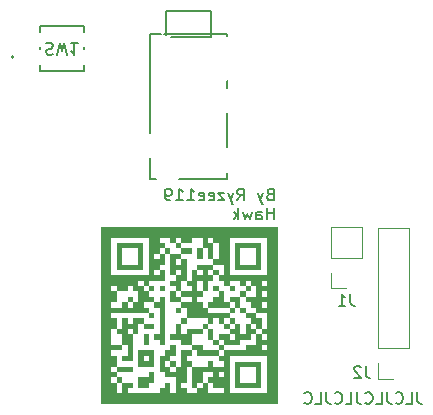
<source format=gbo>
G04 #@! TF.GenerationSoftware,KiCad,Pcbnew,7.0.7*
G04 #@! TF.CreationDate,2024-03-29T16:46:10+10:30*
G04 #@! TF.ProjectId,hawk,6861776b-2e6b-4696-9361-645f70636258,1*
G04 #@! TF.SameCoordinates,Original*
G04 #@! TF.FileFunction,Legend,Bot*
G04 #@! TF.FilePolarity,Positive*
%FSLAX46Y46*%
G04 Gerber Fmt 4.6, Leading zero omitted, Abs format (unit mm)*
G04 Created by KiCad (PCBNEW 7.0.7) date 2024-03-29 16:46:10*
%MOMM*%
%LPD*%
G01*
G04 APERTURE LIST*
%ADD10C,0.150000*%
%ADD11C,0.152400*%
%ADD12C,0.120000*%
%ADD13R,1.244600X0.660400*%
%ADD14O,1.700000X1.700000*%
%ADD15R,1.700000X1.700000*%
%ADD16O,1.371600X2.006600*%
%ADD17O,1.100000X2.000000*%
%ADD18C,1.397000*%
G04 APERTURE END LIST*
D10*
X168036006Y-112659319D02*
X168036006Y-113373604D01*
X168036006Y-113373604D02*
X168083625Y-113516461D01*
X168083625Y-113516461D02*
X168178863Y-113611700D01*
X168178863Y-113611700D02*
X168321720Y-113659319D01*
X168321720Y-113659319D02*
X168416958Y-113659319D01*
X167083625Y-113659319D02*
X167559815Y-113659319D01*
X167559815Y-113659319D02*
X167559815Y-112659319D01*
X166178863Y-113564080D02*
X166226482Y-113611700D01*
X166226482Y-113611700D02*
X166369339Y-113659319D01*
X166369339Y-113659319D02*
X166464577Y-113659319D01*
X166464577Y-113659319D02*
X166607434Y-113611700D01*
X166607434Y-113611700D02*
X166702672Y-113516461D01*
X166702672Y-113516461D02*
X166750291Y-113421223D01*
X166750291Y-113421223D02*
X166797910Y-113230747D01*
X166797910Y-113230747D02*
X166797910Y-113087890D01*
X166797910Y-113087890D02*
X166750291Y-112897414D01*
X166750291Y-112897414D02*
X166702672Y-112802176D01*
X166702672Y-112802176D02*
X166607434Y-112706938D01*
X166607434Y-112706938D02*
X166464577Y-112659319D01*
X166464577Y-112659319D02*
X166369339Y-112659319D01*
X166369339Y-112659319D02*
X166226482Y-112706938D01*
X166226482Y-112706938D02*
X166178863Y-112754557D01*
X165464577Y-112659319D02*
X165464577Y-113373604D01*
X165464577Y-113373604D02*
X165512196Y-113516461D01*
X165512196Y-113516461D02*
X165607434Y-113611700D01*
X165607434Y-113611700D02*
X165750291Y-113659319D01*
X165750291Y-113659319D02*
X165845529Y-113659319D01*
X164512196Y-113659319D02*
X164988386Y-113659319D01*
X164988386Y-113659319D02*
X164988386Y-112659319D01*
X163607434Y-113564080D02*
X163655053Y-113611700D01*
X163655053Y-113611700D02*
X163797910Y-113659319D01*
X163797910Y-113659319D02*
X163893148Y-113659319D01*
X163893148Y-113659319D02*
X164036005Y-113611700D01*
X164036005Y-113611700D02*
X164131243Y-113516461D01*
X164131243Y-113516461D02*
X164178862Y-113421223D01*
X164178862Y-113421223D02*
X164226481Y-113230747D01*
X164226481Y-113230747D02*
X164226481Y-113087890D01*
X164226481Y-113087890D02*
X164178862Y-112897414D01*
X164178862Y-112897414D02*
X164131243Y-112802176D01*
X164131243Y-112802176D02*
X164036005Y-112706938D01*
X164036005Y-112706938D02*
X163893148Y-112659319D01*
X163893148Y-112659319D02*
X163797910Y-112659319D01*
X163797910Y-112659319D02*
X163655053Y-112706938D01*
X163655053Y-112706938D02*
X163607434Y-112754557D01*
X162893148Y-112659319D02*
X162893148Y-113373604D01*
X162893148Y-113373604D02*
X162940767Y-113516461D01*
X162940767Y-113516461D02*
X163036005Y-113611700D01*
X163036005Y-113611700D02*
X163178862Y-113659319D01*
X163178862Y-113659319D02*
X163274100Y-113659319D01*
X161940767Y-113659319D02*
X162416957Y-113659319D01*
X162416957Y-113659319D02*
X162416957Y-112659319D01*
X161036005Y-113564080D02*
X161083624Y-113611700D01*
X161083624Y-113611700D02*
X161226481Y-113659319D01*
X161226481Y-113659319D02*
X161321719Y-113659319D01*
X161321719Y-113659319D02*
X161464576Y-113611700D01*
X161464576Y-113611700D02*
X161559814Y-113516461D01*
X161559814Y-113516461D02*
X161607433Y-113421223D01*
X161607433Y-113421223D02*
X161655052Y-113230747D01*
X161655052Y-113230747D02*
X161655052Y-113087890D01*
X161655052Y-113087890D02*
X161607433Y-112897414D01*
X161607433Y-112897414D02*
X161559814Y-112802176D01*
X161559814Y-112802176D02*
X161464576Y-112706938D01*
X161464576Y-112706938D02*
X161321719Y-112659319D01*
X161321719Y-112659319D02*
X161226481Y-112659319D01*
X161226481Y-112659319D02*
X161083624Y-112706938D01*
X161083624Y-112706938D02*
X161036005Y-112754557D01*
X160321719Y-112659319D02*
X160321719Y-113373604D01*
X160321719Y-113373604D02*
X160369338Y-113516461D01*
X160369338Y-113516461D02*
X160464576Y-113611700D01*
X160464576Y-113611700D02*
X160607433Y-113659319D01*
X160607433Y-113659319D02*
X160702671Y-113659319D01*
X159369338Y-113659319D02*
X159845528Y-113659319D01*
X159845528Y-113659319D02*
X159845528Y-112659319D01*
X158464576Y-113564080D02*
X158512195Y-113611700D01*
X158512195Y-113611700D02*
X158655052Y-113659319D01*
X158655052Y-113659319D02*
X158750290Y-113659319D01*
X158750290Y-113659319D02*
X158893147Y-113611700D01*
X158893147Y-113611700D02*
X158988385Y-113516461D01*
X158988385Y-113516461D02*
X159036004Y-113421223D01*
X159036004Y-113421223D02*
X159083623Y-113230747D01*
X159083623Y-113230747D02*
X159083623Y-113087890D01*
X159083623Y-113087890D02*
X159036004Y-112897414D01*
X159036004Y-112897414D02*
X158988385Y-112802176D01*
X158988385Y-112802176D02*
X158893147Y-112706938D01*
X158893147Y-112706938D02*
X158750290Y-112659319D01*
X158750290Y-112659319D02*
X158655052Y-112659319D01*
X158655052Y-112659319D02*
X158512195Y-112706938D01*
X158512195Y-112706938D02*
X158464576Y-112754557D01*
X155542387Y-95904509D02*
X155399530Y-95952128D01*
X155399530Y-95952128D02*
X155351911Y-95999747D01*
X155351911Y-95999747D02*
X155304292Y-96094985D01*
X155304292Y-96094985D02*
X155304292Y-96237842D01*
X155304292Y-96237842D02*
X155351911Y-96333080D01*
X155351911Y-96333080D02*
X155399530Y-96380700D01*
X155399530Y-96380700D02*
X155494768Y-96428319D01*
X155494768Y-96428319D02*
X155875720Y-96428319D01*
X155875720Y-96428319D02*
X155875720Y-95428319D01*
X155875720Y-95428319D02*
X155542387Y-95428319D01*
X155542387Y-95428319D02*
X155447149Y-95475938D01*
X155447149Y-95475938D02*
X155399530Y-95523557D01*
X155399530Y-95523557D02*
X155351911Y-95618795D01*
X155351911Y-95618795D02*
X155351911Y-95714033D01*
X155351911Y-95714033D02*
X155399530Y-95809271D01*
X155399530Y-95809271D02*
X155447149Y-95856890D01*
X155447149Y-95856890D02*
X155542387Y-95904509D01*
X155542387Y-95904509D02*
X155875720Y-95904509D01*
X154970958Y-95761652D02*
X154732863Y-96428319D01*
X154494768Y-95761652D02*
X154732863Y-96428319D01*
X154732863Y-96428319D02*
X154828101Y-96666414D01*
X154828101Y-96666414D02*
X154875720Y-96714033D01*
X154875720Y-96714033D02*
X154970958Y-96761652D01*
X152780482Y-96428319D02*
X153113815Y-95952128D01*
X153351910Y-96428319D02*
X153351910Y-95428319D01*
X153351910Y-95428319D02*
X152970958Y-95428319D01*
X152970958Y-95428319D02*
X152875720Y-95475938D01*
X152875720Y-95475938D02*
X152828101Y-95523557D01*
X152828101Y-95523557D02*
X152780482Y-95618795D01*
X152780482Y-95618795D02*
X152780482Y-95761652D01*
X152780482Y-95761652D02*
X152828101Y-95856890D01*
X152828101Y-95856890D02*
X152875720Y-95904509D01*
X152875720Y-95904509D02*
X152970958Y-95952128D01*
X152970958Y-95952128D02*
X153351910Y-95952128D01*
X152447148Y-95761652D02*
X152209053Y-96428319D01*
X151970958Y-95761652D02*
X152209053Y-96428319D01*
X152209053Y-96428319D02*
X152304291Y-96666414D01*
X152304291Y-96666414D02*
X152351910Y-96714033D01*
X152351910Y-96714033D02*
X152447148Y-96761652D01*
X151685243Y-95761652D02*
X151161434Y-95761652D01*
X151161434Y-95761652D02*
X151685243Y-96428319D01*
X151685243Y-96428319D02*
X151161434Y-96428319D01*
X150399529Y-96380700D02*
X150494767Y-96428319D01*
X150494767Y-96428319D02*
X150685243Y-96428319D01*
X150685243Y-96428319D02*
X150780481Y-96380700D01*
X150780481Y-96380700D02*
X150828100Y-96285461D01*
X150828100Y-96285461D02*
X150828100Y-95904509D01*
X150828100Y-95904509D02*
X150780481Y-95809271D01*
X150780481Y-95809271D02*
X150685243Y-95761652D01*
X150685243Y-95761652D02*
X150494767Y-95761652D01*
X150494767Y-95761652D02*
X150399529Y-95809271D01*
X150399529Y-95809271D02*
X150351910Y-95904509D01*
X150351910Y-95904509D02*
X150351910Y-95999747D01*
X150351910Y-95999747D02*
X150828100Y-96094985D01*
X149542386Y-96380700D02*
X149637624Y-96428319D01*
X149637624Y-96428319D02*
X149828100Y-96428319D01*
X149828100Y-96428319D02*
X149923338Y-96380700D01*
X149923338Y-96380700D02*
X149970957Y-96285461D01*
X149970957Y-96285461D02*
X149970957Y-95904509D01*
X149970957Y-95904509D02*
X149923338Y-95809271D01*
X149923338Y-95809271D02*
X149828100Y-95761652D01*
X149828100Y-95761652D02*
X149637624Y-95761652D01*
X149637624Y-95761652D02*
X149542386Y-95809271D01*
X149542386Y-95809271D02*
X149494767Y-95904509D01*
X149494767Y-95904509D02*
X149494767Y-95999747D01*
X149494767Y-95999747D02*
X149970957Y-96094985D01*
X148542386Y-96428319D02*
X149113814Y-96428319D01*
X148828100Y-96428319D02*
X148828100Y-95428319D01*
X148828100Y-95428319D02*
X148923338Y-95571176D01*
X148923338Y-95571176D02*
X149018576Y-95666414D01*
X149018576Y-95666414D02*
X149113814Y-95714033D01*
X147590005Y-96428319D02*
X148161433Y-96428319D01*
X147875719Y-96428319D02*
X147875719Y-95428319D01*
X147875719Y-95428319D02*
X147970957Y-95571176D01*
X147970957Y-95571176D02*
X148066195Y-95666414D01*
X148066195Y-95666414D02*
X148161433Y-95714033D01*
X147113814Y-96428319D02*
X146923338Y-96428319D01*
X146923338Y-96428319D02*
X146828100Y-96380700D01*
X146828100Y-96380700D02*
X146780481Y-96333080D01*
X146780481Y-96333080D02*
X146685243Y-96190223D01*
X146685243Y-96190223D02*
X146637624Y-95999747D01*
X146637624Y-95999747D02*
X146637624Y-95618795D01*
X146637624Y-95618795D02*
X146685243Y-95523557D01*
X146685243Y-95523557D02*
X146732862Y-95475938D01*
X146732862Y-95475938D02*
X146828100Y-95428319D01*
X146828100Y-95428319D02*
X147018576Y-95428319D01*
X147018576Y-95428319D02*
X147113814Y-95475938D01*
X147113814Y-95475938D02*
X147161433Y-95523557D01*
X147161433Y-95523557D02*
X147209052Y-95618795D01*
X147209052Y-95618795D02*
X147209052Y-95856890D01*
X147209052Y-95856890D02*
X147161433Y-95952128D01*
X147161433Y-95952128D02*
X147113814Y-95999747D01*
X147113814Y-95999747D02*
X147018576Y-96047366D01*
X147018576Y-96047366D02*
X146828100Y-96047366D01*
X146828100Y-96047366D02*
X146732862Y-95999747D01*
X146732862Y-95999747D02*
X146685243Y-95952128D01*
X146685243Y-95952128D02*
X146637624Y-95856890D01*
X155875720Y-98038319D02*
X155875720Y-97038319D01*
X155875720Y-97514509D02*
X155304292Y-97514509D01*
X155304292Y-98038319D02*
X155304292Y-97038319D01*
X154399530Y-98038319D02*
X154399530Y-97514509D01*
X154399530Y-97514509D02*
X154447149Y-97419271D01*
X154447149Y-97419271D02*
X154542387Y-97371652D01*
X154542387Y-97371652D02*
X154732863Y-97371652D01*
X154732863Y-97371652D02*
X154828101Y-97419271D01*
X154399530Y-97990700D02*
X154494768Y-98038319D01*
X154494768Y-98038319D02*
X154732863Y-98038319D01*
X154732863Y-98038319D02*
X154828101Y-97990700D01*
X154828101Y-97990700D02*
X154875720Y-97895461D01*
X154875720Y-97895461D02*
X154875720Y-97800223D01*
X154875720Y-97800223D02*
X154828101Y-97704985D01*
X154828101Y-97704985D02*
X154732863Y-97657366D01*
X154732863Y-97657366D02*
X154494768Y-97657366D01*
X154494768Y-97657366D02*
X154399530Y-97609747D01*
X154018577Y-97371652D02*
X153828101Y-98038319D01*
X153828101Y-98038319D02*
X153637625Y-97562128D01*
X153637625Y-97562128D02*
X153447149Y-98038319D01*
X153447149Y-98038319D02*
X153256673Y-97371652D01*
X152875720Y-98038319D02*
X152875720Y-97038319D01*
X152780482Y-97657366D02*
X152494768Y-98038319D01*
X152494768Y-97371652D02*
X152875720Y-97752604D01*
X136591167Y-83134301D02*
X136734024Y-83086681D01*
X136734024Y-83086681D02*
X136972119Y-83086681D01*
X136972119Y-83086681D02*
X137067357Y-83134301D01*
X137067357Y-83134301D02*
X137114976Y-83181920D01*
X137114976Y-83181920D02*
X137162595Y-83277158D01*
X137162595Y-83277158D02*
X137162595Y-83372396D01*
X137162595Y-83372396D02*
X137114976Y-83467634D01*
X137114976Y-83467634D02*
X137067357Y-83515253D01*
X137067357Y-83515253D02*
X136972119Y-83562872D01*
X136972119Y-83562872D02*
X136781643Y-83610491D01*
X136781643Y-83610491D02*
X136686405Y-83658110D01*
X136686405Y-83658110D02*
X136638786Y-83705729D01*
X136638786Y-83705729D02*
X136591167Y-83800967D01*
X136591167Y-83800967D02*
X136591167Y-83896205D01*
X136591167Y-83896205D02*
X136638786Y-83991443D01*
X136638786Y-83991443D02*
X136686405Y-84039062D01*
X136686405Y-84039062D02*
X136781643Y-84086681D01*
X136781643Y-84086681D02*
X137019738Y-84086681D01*
X137019738Y-84086681D02*
X137162595Y-84039062D01*
X137495929Y-84086681D02*
X137734024Y-83086681D01*
X137734024Y-83086681D02*
X137924500Y-83800967D01*
X137924500Y-83800967D02*
X138114976Y-83086681D01*
X138114976Y-83086681D02*
X138353072Y-84086681D01*
X139257833Y-83086681D02*
X138686405Y-83086681D01*
X138972119Y-83086681D02*
X138972119Y-84086681D01*
X138972119Y-84086681D02*
X138876881Y-83943824D01*
X138876881Y-83943824D02*
X138781643Y-83848586D01*
X138781643Y-83848586D02*
X138686405Y-83800967D01*
X162354033Y-104336819D02*
X162354033Y-105051104D01*
X162354033Y-105051104D02*
X162401652Y-105193961D01*
X162401652Y-105193961D02*
X162496890Y-105289200D01*
X162496890Y-105289200D02*
X162639747Y-105336819D01*
X162639747Y-105336819D02*
X162734985Y-105336819D01*
X161354033Y-105336819D02*
X161925461Y-105336819D01*
X161639747Y-105336819D02*
X161639747Y-104336819D01*
X161639747Y-104336819D02*
X161734985Y-104479676D01*
X161734985Y-104479676D02*
X161830223Y-104574914D01*
X161830223Y-104574914D02*
X161925461Y-104622533D01*
X163657833Y-110450319D02*
X163657833Y-111164604D01*
X163657833Y-111164604D02*
X163705452Y-111307461D01*
X163705452Y-111307461D02*
X163800690Y-111402700D01*
X163800690Y-111402700D02*
X163943547Y-111450319D01*
X163943547Y-111450319D02*
X164038785Y-111450319D01*
X163229261Y-110545557D02*
X163181642Y-110497938D01*
X163181642Y-110497938D02*
X163086404Y-110450319D01*
X163086404Y-110450319D02*
X162848309Y-110450319D01*
X162848309Y-110450319D02*
X162753071Y-110497938D01*
X162753071Y-110497938D02*
X162705452Y-110545557D01*
X162705452Y-110545557D02*
X162657833Y-110640795D01*
X162657833Y-110640795D02*
X162657833Y-110736033D01*
X162657833Y-110736033D02*
X162705452Y-110878890D01*
X162705452Y-110878890D02*
X163276880Y-111450319D01*
X163276880Y-111450319D02*
X162657833Y-111450319D01*
D11*
X136044900Y-81636501D02*
X139804100Y-81636501D01*
X136044900Y-82138560D02*
X136044900Y-81636501D01*
X136044900Y-83618562D02*
X136044900Y-83464440D01*
X136044900Y-85446501D02*
X136044900Y-84944442D01*
X139804100Y-81636501D02*
X139804100Y-82138560D01*
X139804100Y-83464440D02*
X139804100Y-83618562D01*
X139804100Y-84944442D02*
X139804100Y-85446501D01*
X139804100Y-85446501D02*
X136044900Y-85446501D01*
X133841000Y-84281501D02*
G75*
G03*
X133841000Y-84281501I-101600J0D01*
G01*
G36*
X153942415Y-103902339D02*
G01*
X153942415Y-104129705D01*
X153715049Y-104129705D01*
X153487684Y-104129705D01*
X153487684Y-103902339D01*
X153487684Y-103674974D01*
X153715049Y-103674974D01*
X153942415Y-103674974D01*
X153942415Y-103902339D01*
G37*
G36*
X153487684Y-104357071D02*
G01*
X153487684Y-104584436D01*
X153260318Y-104584436D01*
X153032952Y-104584436D01*
X153032952Y-104357071D01*
X153032952Y-104129705D01*
X153260318Y-104129705D01*
X153487684Y-104129705D01*
X153487684Y-104357071D01*
G37*
G36*
X152578221Y-106630728D02*
G01*
X152578221Y-106858094D01*
X152350855Y-106858094D01*
X152123489Y-106858094D01*
X152123489Y-106630728D01*
X152123489Y-106403362D01*
X152350855Y-106403362D01*
X152578221Y-106403362D01*
X152578221Y-106630728D01*
G37*
G36*
X152578221Y-105721265D02*
G01*
X152578221Y-105948631D01*
X152350855Y-105948631D01*
X152123489Y-105948631D01*
X152123489Y-105721265D01*
X152123489Y-105493899D01*
X152350855Y-105493899D01*
X152578221Y-105493899D01*
X152578221Y-105721265D01*
G37*
G36*
X152578221Y-103902339D02*
G01*
X152578221Y-104129705D01*
X152350855Y-104129705D01*
X152123489Y-104129705D01*
X152123489Y-103902339D01*
X152123489Y-103674974D01*
X152350855Y-103674974D01*
X152578221Y-103674974D01*
X152578221Y-103902339D01*
G37*
G36*
X152123489Y-107085459D02*
G01*
X152123489Y-107312825D01*
X151896124Y-107312825D01*
X151668758Y-107312825D01*
X151668758Y-107085459D01*
X151668758Y-106858094D01*
X151896124Y-106858094D01*
X152123489Y-106858094D01*
X152123489Y-107085459D01*
G37*
G36*
X149849832Y-100946585D02*
G01*
X149849832Y-101401316D01*
X149622466Y-101401316D01*
X149395101Y-101401316D01*
X149395101Y-100946585D01*
X149395101Y-100491853D01*
X149622466Y-100491853D01*
X149849832Y-100491853D01*
X149849832Y-100946585D01*
G37*
G36*
X148485638Y-106630728D02*
G01*
X148485638Y-106858094D01*
X148258272Y-106858094D01*
X148030906Y-106858094D01*
X148030906Y-106630728D01*
X148030906Y-106403362D01*
X148258272Y-106403362D01*
X148485638Y-106403362D01*
X148485638Y-106630728D01*
G37*
G36*
X148030906Y-105721265D02*
G01*
X148030906Y-105948631D01*
X147803541Y-105948631D01*
X147576175Y-105948631D01*
X147576175Y-105721265D01*
X147576175Y-105493899D01*
X147803541Y-105493899D01*
X148030906Y-105493899D01*
X148030906Y-105721265D01*
G37*
G36*
X147576175Y-110268580D02*
G01*
X147576175Y-110495945D01*
X147348809Y-110495945D01*
X147121443Y-110495945D01*
X147121443Y-110268580D01*
X147121443Y-110041214D01*
X147348809Y-110041214D01*
X147576175Y-110041214D01*
X147576175Y-110268580D01*
G37*
G36*
X146666712Y-103902339D02*
G01*
X146666712Y-104129705D01*
X146439346Y-104129705D01*
X146211980Y-104129705D01*
X146211980Y-103902339D01*
X146211980Y-103674974D01*
X146439346Y-103674974D01*
X146666712Y-103674974D01*
X146666712Y-103902339D01*
G37*
G36*
X145757249Y-106175997D02*
G01*
X145757249Y-106403362D01*
X145529883Y-106403362D01*
X145302518Y-106403362D01*
X145302518Y-106175997D01*
X145302518Y-105948631D01*
X145529883Y-105948631D01*
X145757249Y-105948631D01*
X145757249Y-106175997D01*
G37*
G36*
X145757249Y-103902339D02*
G01*
X145757249Y-104129705D01*
X145529883Y-104129705D01*
X145302518Y-104129705D01*
X145302518Y-103902339D01*
X145302518Y-103674974D01*
X145529883Y-103674974D01*
X145757249Y-103674974D01*
X145757249Y-103902339D01*
G37*
G36*
X145302518Y-108222288D02*
G01*
X145302518Y-108677020D01*
X145075152Y-108677020D01*
X144847786Y-108677020D01*
X144847786Y-108222288D01*
X144847786Y-107767557D01*
X145075152Y-107767557D01*
X145302518Y-107767557D01*
X145302518Y-108222288D01*
G37*
G36*
X143938323Y-104811802D02*
G01*
X143938323Y-105039168D01*
X143710957Y-105039168D01*
X143483592Y-105039168D01*
X143483592Y-104811802D01*
X143483592Y-104584436D01*
X143710957Y-104584436D01*
X143938323Y-104584436D01*
X143938323Y-104811802D01*
G37*
G36*
X143028860Y-111632774D02*
G01*
X143028860Y-111860140D01*
X142801494Y-111860140D01*
X142574129Y-111860140D01*
X142574129Y-111632774D01*
X142574129Y-111405408D01*
X142801494Y-111405408D01*
X143028860Y-111405408D01*
X143028860Y-111632774D01*
G37*
G36*
X143938323Y-110723311D02*
G01*
X143938323Y-110950677D01*
X143256226Y-110950677D01*
X142574129Y-110950677D01*
X142574129Y-110723311D01*
X142574129Y-110495945D01*
X143256226Y-110495945D01*
X143938323Y-110495945D01*
X143938323Y-110723311D01*
G37*
G36*
X145757249Y-111405408D02*
G01*
X145757249Y-111860140D01*
X145529883Y-111860140D01*
X145302518Y-111860140D01*
X145302518Y-112087506D01*
X145302518Y-112314871D01*
X144847786Y-112314871D01*
X144393055Y-112314871D01*
X144393055Y-111860140D01*
X144393055Y-111405408D01*
X144847786Y-111405408D01*
X145302518Y-111405408D01*
X145302518Y-111178043D01*
X145302518Y-110950677D01*
X145529883Y-110950677D01*
X145757249Y-110950677D01*
X145757249Y-111405408D01*
G37*
G36*
X154825893Y-111178043D02*
G01*
X154825893Y-112288887D01*
X153715049Y-112288887D01*
X152604205Y-112288887D01*
X152604205Y-111860140D01*
X153032952Y-111860140D01*
X153715049Y-111860140D01*
X154397147Y-111860140D01*
X154397147Y-111178043D01*
X154397147Y-110495945D01*
X153715049Y-110495945D01*
X153032952Y-110495945D01*
X153032952Y-111178043D01*
X153032952Y-111860140D01*
X152604205Y-111860140D01*
X152604205Y-111178043D01*
X152604205Y-110067199D01*
X153715049Y-110067199D01*
X154825893Y-110067199D01*
X154825893Y-110495945D01*
X154825893Y-111178043D01*
G37*
G36*
X154825893Y-101173951D02*
G01*
X154825893Y-102284795D01*
X153715049Y-102284795D01*
X152604205Y-102284795D01*
X152604205Y-101856048D01*
X153032952Y-101856048D01*
X153715049Y-101856048D01*
X154397147Y-101856048D01*
X154397147Y-101173951D01*
X154397147Y-100491853D01*
X153715049Y-100491853D01*
X153032952Y-100491853D01*
X153032952Y-101173951D01*
X153032952Y-101856048D01*
X152604205Y-101856048D01*
X152604205Y-101173951D01*
X152604205Y-100063107D01*
X153715049Y-100063107D01*
X154825893Y-100063107D01*
X154825893Y-100491853D01*
X154825893Y-101173951D01*
G37*
G36*
X145757249Y-109813848D02*
G01*
X145757249Y-110495945D01*
X145075152Y-110495945D01*
X144393055Y-110495945D01*
X144393055Y-110041214D01*
X144847786Y-110041214D01*
X145075152Y-110041214D01*
X145302518Y-110041214D01*
X145302518Y-109813848D01*
X145302518Y-109586482D01*
X145075152Y-109586482D01*
X144847786Y-109586482D01*
X144847786Y-109813848D01*
X144847786Y-110041214D01*
X144393055Y-110041214D01*
X144393055Y-109813848D01*
X144393055Y-109131751D01*
X145075152Y-109131751D01*
X145757249Y-109131751D01*
X145757249Y-109586482D01*
X145757249Y-109813848D01*
G37*
G36*
X144821801Y-101173951D02*
G01*
X144821801Y-102284795D01*
X143710957Y-102284795D01*
X142600113Y-102284795D01*
X142600113Y-101856048D01*
X143028860Y-101856048D01*
X143710957Y-101856048D01*
X144393055Y-101856048D01*
X144393055Y-101173951D01*
X144393055Y-100491853D01*
X143710957Y-100491853D01*
X143028860Y-100491853D01*
X143028860Y-101173951D01*
X143028860Y-101856048D01*
X142600113Y-101856048D01*
X142600113Y-101173951D01*
X142600113Y-100063107D01*
X143710957Y-100063107D01*
X144821801Y-100063107D01*
X144821801Y-100491853D01*
X144821801Y-101173951D01*
G37*
G36*
X150986661Y-108222288D02*
G01*
X151214026Y-108222288D01*
X151214026Y-108449654D01*
X151214026Y-108677020D01*
X150986661Y-108677020D01*
X150759295Y-108677020D01*
X150759295Y-108449654D01*
X150759295Y-108222288D01*
X150986661Y-108222288D01*
G37*
G36*
X150531929Y-107312825D02*
G01*
X150759295Y-107312825D01*
X150759295Y-107767557D01*
X150759295Y-108222288D01*
X150531929Y-108222288D01*
X150304564Y-108222288D01*
X150304564Y-107767557D01*
X150304564Y-107312825D01*
X150531929Y-107312825D01*
G37*
G36*
X150304564Y-107085459D02*
G01*
X150304564Y-107312825D01*
X150077198Y-107312825D01*
X149849832Y-107312825D01*
X149849832Y-107085459D01*
X149849832Y-106858094D01*
X150077198Y-106858094D01*
X150304564Y-106858094D01*
X150304564Y-107085459D01*
G37*
G36*
X146666712Y-106630728D02*
G01*
X146666712Y-108677020D01*
X146439346Y-108677020D01*
X146211980Y-108677020D01*
X146211980Y-108449654D01*
X146211980Y-108222288D01*
X145984615Y-108222288D01*
X145757249Y-108222288D01*
X145757249Y-107994922D01*
X145757249Y-107767557D01*
X145984615Y-107767557D01*
X146211980Y-107767557D01*
X146211980Y-106630728D01*
X146211980Y-105493899D01*
X145984615Y-105493899D01*
X145757249Y-105493899D01*
X145757249Y-105266534D01*
X145757249Y-105039168D01*
X145984615Y-105039168D01*
X146211980Y-105039168D01*
X146211980Y-104811802D01*
X146211980Y-104584436D01*
X146439346Y-104584436D01*
X146666712Y-104584436D01*
X146666712Y-106630728D01*
G37*
G36*
X149395101Y-108677020D02*
G01*
X149849832Y-108677020D01*
X149849832Y-108904385D01*
X149849832Y-109131751D01*
X150531929Y-109131751D01*
X151214026Y-109131751D01*
X151214026Y-108904385D01*
X151214026Y-108677020D01*
X151441392Y-108677020D01*
X151668758Y-108677020D01*
X151668758Y-108904385D01*
X151668758Y-109131751D01*
X151441392Y-109131751D01*
X151214026Y-109131751D01*
X151214026Y-109359117D01*
X151214026Y-109586482D01*
X150304564Y-109586482D01*
X149395101Y-109586482D01*
X149395101Y-109359117D01*
X149395101Y-109131751D01*
X149167735Y-109131751D01*
X148940369Y-109131751D01*
X148940369Y-108904385D01*
X148940369Y-108677020D01*
X149395101Y-108677020D01*
G37*
G36*
X148030906Y-107312825D02*
G01*
X148030906Y-107767557D01*
X148258272Y-107767557D01*
X148485638Y-107767557D01*
X148485638Y-107540191D01*
X148485638Y-107312825D01*
X149167735Y-107312825D01*
X149849832Y-107312825D01*
X149849832Y-107540191D01*
X149849832Y-107767557D01*
X149395101Y-107767557D01*
X148940369Y-107767557D01*
X148940369Y-108222288D01*
X148940369Y-108677020D01*
X148485638Y-108677020D01*
X148030906Y-108677020D01*
X148030906Y-108449654D01*
X148030906Y-108222288D01*
X147576175Y-108222288D01*
X147121443Y-108222288D01*
X147121443Y-107994922D01*
X147121443Y-107767557D01*
X147348809Y-107767557D01*
X147576175Y-107767557D01*
X147576175Y-107312825D01*
X147576175Y-106858094D01*
X147803541Y-106858094D01*
X148030906Y-106858094D01*
X148030906Y-107312825D01*
G37*
G36*
X144393055Y-107767557D02*
G01*
X144165689Y-107767557D01*
X143938323Y-107767557D01*
X143938323Y-108904385D01*
X143938323Y-110041214D01*
X143483592Y-110041214D01*
X143028860Y-110041214D01*
X143028860Y-109813848D01*
X143028860Y-109586482D01*
X143256226Y-109586482D01*
X143483592Y-109586482D01*
X143483592Y-109131751D01*
X143483592Y-108677020D01*
X143256226Y-108677020D01*
X143028860Y-108677020D01*
X143028860Y-108222288D01*
X143028860Y-107767557D01*
X143483592Y-107767557D01*
X143710957Y-107767557D01*
X143938323Y-107767557D01*
X143938323Y-107540191D01*
X143938323Y-107312825D01*
X143710957Y-107312825D01*
X143483592Y-107312825D01*
X143483592Y-107540191D01*
X143483592Y-107767557D01*
X143028860Y-107767557D01*
X142801494Y-107767557D01*
X142574129Y-107767557D01*
X142574129Y-107540191D01*
X142574129Y-107312825D01*
X142801494Y-107312825D01*
X143028860Y-107312825D01*
X143028860Y-106858094D01*
X143028860Y-106403362D01*
X143256226Y-106403362D01*
X143483592Y-106403362D01*
X143483592Y-106630728D01*
X143483592Y-106858094D01*
X143710957Y-106858094D01*
X143938323Y-106858094D01*
X143938323Y-106630728D01*
X143938323Y-106403362D01*
X144393055Y-106403362D01*
X144847786Y-106403362D01*
X144847786Y-106630728D01*
X144847786Y-106858094D01*
X144620420Y-106858094D01*
X144393055Y-106858094D01*
X144393055Y-107312825D01*
X144393055Y-107767557D01*
G37*
G36*
X145302518Y-106858094D02*
G01*
X145757249Y-106858094D01*
X145757249Y-107085459D01*
X145757249Y-107312825D01*
X145302518Y-107312825D01*
X144847786Y-107312825D01*
X144847786Y-107085459D01*
X144847786Y-106858094D01*
X145302518Y-106858094D01*
G37*
G36*
X153942415Y-105948631D02*
G01*
X154397147Y-105948631D01*
X154397147Y-106175997D01*
X154397147Y-106403362D01*
X154624512Y-106403362D01*
X154851878Y-106403362D01*
X154851878Y-106858094D01*
X154851878Y-107312825D01*
X154624512Y-107312825D01*
X154397147Y-107312825D01*
X154397147Y-107540191D01*
X154397147Y-107767557D01*
X154169781Y-107767557D01*
X153942415Y-107767557D01*
X153942415Y-107994922D01*
X153942415Y-108222288D01*
X153487684Y-108222288D01*
X153032952Y-108222288D01*
X153032952Y-108449654D01*
X153032952Y-108677020D01*
X152350855Y-108677020D01*
X151668758Y-108677020D01*
X151668758Y-108449654D01*
X151668758Y-108222288D01*
X151441392Y-108222288D01*
X151214026Y-108222288D01*
X151214026Y-107994922D01*
X151214026Y-107767557D01*
X151668758Y-107767557D01*
X152123489Y-107767557D01*
X152123489Y-107994922D01*
X152123489Y-108222288D01*
X152350855Y-108222288D01*
X152578221Y-108222288D01*
X152578221Y-107994922D01*
X152578221Y-107767557D01*
X152350855Y-107767557D01*
X152123489Y-107767557D01*
X152123489Y-107540191D01*
X152123489Y-107312825D01*
X152350855Y-107312825D01*
X152578221Y-107312825D01*
X152578221Y-107085459D01*
X152578221Y-106858094D01*
X152805587Y-106858094D01*
X153032952Y-106858094D01*
X153032952Y-107312825D01*
X153032952Y-107767557D01*
X153260318Y-107767557D01*
X153487684Y-107767557D01*
X153487684Y-107312825D01*
X153487684Y-106858094D01*
X153715049Y-106858094D01*
X153942415Y-106858094D01*
X153942415Y-107085459D01*
X153942415Y-107312825D01*
X154169781Y-107312825D01*
X154397147Y-107312825D01*
X154397147Y-107085459D01*
X154397147Y-106858094D01*
X154169781Y-106858094D01*
X153942415Y-106858094D01*
X153942415Y-106630728D01*
X153942415Y-106403362D01*
X153715049Y-106403362D01*
X153487684Y-106403362D01*
X153487684Y-106175997D01*
X153487684Y-105948631D01*
X153942415Y-105948631D01*
G37*
G36*
X148485638Y-103220242D02*
G01*
X148713003Y-103220242D01*
X148940369Y-103220242D01*
X148940369Y-102765511D01*
X148940369Y-102310779D01*
X149167735Y-102310779D01*
X149395101Y-102310779D01*
X149395101Y-102538145D01*
X149395101Y-102765511D01*
X149622466Y-102765511D01*
X149849832Y-102765511D01*
X149849832Y-102538145D01*
X149849832Y-102310779D01*
X149622466Y-102310779D01*
X149395101Y-102310779D01*
X149395101Y-102083413D01*
X149395101Y-101856048D01*
X150077198Y-101856048D01*
X150759295Y-101856048D01*
X150759295Y-102083413D01*
X150759295Y-102310779D01*
X150531929Y-102310779D01*
X150304564Y-102310779D01*
X150304564Y-102538145D01*
X150304564Y-102765511D01*
X150531929Y-102765511D01*
X150759295Y-102765511D01*
X150759295Y-102538145D01*
X150759295Y-102310779D01*
X150986661Y-102310779D01*
X151214026Y-102310779D01*
X151214026Y-102538145D01*
X151214026Y-102765511D01*
X150986661Y-102765511D01*
X150759295Y-102765511D01*
X150759295Y-102992876D01*
X150759295Y-103220242D01*
X150531929Y-103220242D01*
X150304564Y-103220242D01*
X150304564Y-103674974D01*
X150304564Y-104129705D01*
X150077198Y-104129705D01*
X149849832Y-104129705D01*
X149849832Y-104357071D01*
X149849832Y-104584436D01*
X149622466Y-104584436D01*
X149395101Y-104584436D01*
X149395101Y-104811802D01*
X149395101Y-105039168D01*
X149622466Y-105039168D01*
X149849832Y-105039168D01*
X149849832Y-105266534D01*
X149849832Y-105493899D01*
X150077198Y-105493899D01*
X150304564Y-105493899D01*
X150304564Y-105266534D01*
X150304564Y-105039168D01*
X150531929Y-105039168D01*
X150759295Y-105039168D01*
X150759295Y-104811802D01*
X150759295Y-104584436D01*
X150986661Y-104584436D01*
X151214026Y-104584436D01*
X151214026Y-104357071D01*
X151214026Y-104129705D01*
X151441392Y-104129705D01*
X151668758Y-104129705D01*
X151668758Y-104584436D01*
X151668758Y-105039168D01*
X151896124Y-105039168D01*
X152123489Y-105039168D01*
X152123489Y-104811802D01*
X152123489Y-104584436D01*
X152578221Y-104584436D01*
X153032952Y-104584436D01*
X153032952Y-105039168D01*
X153032952Y-105493899D01*
X152805587Y-105493899D01*
X152578221Y-105493899D01*
X152578221Y-105266534D01*
X152578221Y-105039168D01*
X152350855Y-105039168D01*
X152123489Y-105039168D01*
X152123489Y-105266534D01*
X152123489Y-105493899D01*
X151214026Y-105493899D01*
X150304564Y-105493899D01*
X150304564Y-105721265D01*
X150304564Y-105948631D01*
X151214026Y-105948631D01*
X152123489Y-105948631D01*
X152123489Y-106175997D01*
X152123489Y-106403362D01*
X151896124Y-106403362D01*
X151668758Y-106403362D01*
X151668758Y-106630728D01*
X151668758Y-106858094D01*
X151441392Y-106858094D01*
X151214026Y-106858094D01*
X151214026Y-106630728D01*
X151214026Y-106403362D01*
X150986661Y-106403362D01*
X150759295Y-106403362D01*
X150759295Y-106630728D01*
X150759295Y-106858094D01*
X150531929Y-106858094D01*
X150304564Y-106858094D01*
X150304564Y-106630728D01*
X150304564Y-106403362D01*
X149395101Y-106403362D01*
X148485638Y-106403362D01*
X148485638Y-105948631D01*
X148485638Y-105493899D01*
X148258272Y-105493899D01*
X148030906Y-105493899D01*
X148030906Y-105266534D01*
X148030906Y-105039168D01*
X147576175Y-105039168D01*
X147121443Y-105039168D01*
X147121443Y-104584436D01*
X147121443Y-104129705D01*
X147348809Y-104129705D01*
X147576175Y-104129705D01*
X147576175Y-104357071D01*
X147576175Y-104584436D01*
X147803541Y-104584436D01*
X148030906Y-104584436D01*
X148030906Y-104811802D01*
X148030906Y-105039168D01*
X148485638Y-105039168D01*
X148940369Y-105039168D01*
X148940369Y-104811802D01*
X148940369Y-104584436D01*
X148485638Y-104584436D01*
X148030906Y-104584436D01*
X148030906Y-104357071D01*
X148030906Y-104129705D01*
X147803541Y-104129705D01*
X147576175Y-104129705D01*
X147576175Y-103902339D01*
X147576175Y-103674974D01*
X147348809Y-103674974D01*
X147121443Y-103674974D01*
X147121443Y-103447608D01*
X147121443Y-103220242D01*
X147348809Y-103220242D01*
X147576175Y-103220242D01*
X148030906Y-103220242D01*
X148030906Y-103674974D01*
X148030906Y-104129705D01*
X148485638Y-104129705D01*
X148940369Y-104129705D01*
X149395101Y-104129705D01*
X149622466Y-104129705D01*
X149849832Y-104129705D01*
X149849832Y-103674974D01*
X149849832Y-103220242D01*
X149622466Y-103220242D01*
X149395101Y-103220242D01*
X149395101Y-103674974D01*
X149395101Y-104129705D01*
X148940369Y-104129705D01*
X148940369Y-103902339D01*
X148940369Y-103674974D01*
X148713003Y-103674974D01*
X148485638Y-103674974D01*
X148485638Y-103447608D01*
X148485638Y-103220242D01*
X148258272Y-103220242D01*
X148030906Y-103220242D01*
X147576175Y-103220242D01*
X147576175Y-102992876D01*
X147576175Y-102765511D01*
X147803541Y-102765511D01*
X148030906Y-102765511D01*
X148030906Y-102538145D01*
X148030906Y-102310779D01*
X147803541Y-102310779D01*
X147576175Y-102310779D01*
X147576175Y-102538145D01*
X147576175Y-102765511D01*
X147348809Y-102765511D01*
X147121443Y-102765511D01*
X147121443Y-101856048D01*
X147121443Y-100946585D01*
X146894078Y-100946585D01*
X146666712Y-100946585D01*
X146666712Y-100719219D01*
X146666712Y-100491853D01*
X146894078Y-100491853D01*
X147121443Y-100491853D01*
X147121443Y-100719219D01*
X147121443Y-100946585D01*
X147576175Y-100946585D01*
X148030906Y-100946585D01*
X148030906Y-100719219D01*
X148030906Y-100491853D01*
X148485638Y-100491853D01*
X148940369Y-100491853D01*
X148940369Y-100719219D01*
X148940369Y-100946585D01*
X148485638Y-100946585D01*
X148030906Y-100946585D01*
X148030906Y-101173951D01*
X148030906Y-101401316D01*
X147803541Y-101401316D01*
X147576175Y-101401316D01*
X147576175Y-101628682D01*
X147576175Y-101856048D01*
X147803541Y-101856048D01*
X148030906Y-101856048D01*
X148030906Y-101628682D01*
X148030906Y-101401316D01*
X148258272Y-101401316D01*
X148485638Y-101401316D01*
X148485638Y-102310779D01*
X148485638Y-103220242D01*
G37*
G36*
X153260318Y-105493899D02*
G01*
X153487684Y-105493899D01*
X153487684Y-105721265D01*
X153487684Y-105948631D01*
X153260318Y-105948631D01*
X153032952Y-105948631D01*
X153032952Y-105721265D01*
X153032952Y-105493899D01*
X153260318Y-105493899D01*
G37*
G36*
X151214026Y-103902339D02*
G01*
X151214026Y-104129705D01*
X150986661Y-104129705D01*
X150759295Y-104129705D01*
X150759295Y-103902339D01*
X150759295Y-103674974D01*
X150986661Y-103674974D01*
X151214026Y-103674974D01*
X151214026Y-103902339D01*
G37*
G36*
X148030906Y-100264488D02*
G01*
X148030906Y-100491853D01*
X147803541Y-100491853D01*
X147576175Y-100491853D01*
X147576175Y-100264488D01*
X147576175Y-100037122D01*
X147803541Y-100037122D01*
X148030906Y-100037122D01*
X148030906Y-100264488D01*
G37*
G36*
X156216072Y-103220242D02*
G01*
X156216072Y-104129705D01*
X156216072Y-105039168D01*
X156216072Y-106175997D01*
X156216072Y-108222288D01*
X156216072Y-108677020D01*
X156216072Y-109586482D01*
X156216072Y-113679066D01*
X148713003Y-113679066D01*
X141209934Y-113679066D01*
X141209934Y-111860140D01*
X142119397Y-111860140D01*
X142346763Y-111860140D01*
X142574129Y-111860140D01*
X142574129Y-112314871D01*
X142574129Y-112769603D01*
X142801494Y-112769603D01*
X143028860Y-112769603D01*
X143028860Y-112314871D01*
X143028860Y-111860140D01*
X143483592Y-111860140D01*
X143938323Y-111860140D01*
X143938323Y-112087506D01*
X143938323Y-112314871D01*
X143710957Y-112314871D01*
X143483592Y-112314871D01*
X143483592Y-112542237D01*
X143483592Y-112769603D01*
X144847786Y-112769603D01*
X146211980Y-112769603D01*
X146211980Y-112542237D01*
X146211980Y-112314871D01*
X146439346Y-112314871D01*
X146666712Y-112314871D01*
X146666712Y-112087506D01*
X146666712Y-111860140D01*
X146894078Y-111860140D01*
X147121443Y-111860140D01*
X147121443Y-112314871D01*
X147121443Y-112769603D01*
X147348809Y-112769603D01*
X147576175Y-112769603D01*
X147576175Y-112314871D01*
X148030906Y-112314871D01*
X148258272Y-112314871D01*
X148485638Y-112314871D01*
X148485638Y-112542237D01*
X148485638Y-112769603D01*
X148940369Y-112769603D01*
X149395101Y-112769603D01*
X149395101Y-112542237D01*
X149395101Y-112314871D01*
X149622466Y-112314871D01*
X149849832Y-112314871D01*
X150304564Y-112314871D01*
X150304564Y-112769603D01*
X150986661Y-112769603D01*
X151668758Y-112769603D01*
X151668758Y-112542237D01*
X151668758Y-112314871D01*
X151214026Y-112314871D01*
X150759295Y-112314871D01*
X150759295Y-112087506D01*
X150759295Y-111860140D01*
X150531929Y-111860140D01*
X150304564Y-111860140D01*
X150304564Y-112314871D01*
X149849832Y-112314871D01*
X149849832Y-112087506D01*
X149849832Y-111860140D01*
X150077198Y-111860140D01*
X150304564Y-111860140D01*
X150304564Y-111632774D01*
X150304564Y-111405408D01*
X150531929Y-111405408D01*
X150759295Y-111405408D01*
X151214026Y-111405408D01*
X151441392Y-111405408D01*
X151668758Y-111405408D01*
X151668758Y-111178043D01*
X151668758Y-110950677D01*
X152123489Y-110950677D01*
X152123489Y-111178043D01*
X152123489Y-112769603D01*
X153715049Y-112769603D01*
X155306610Y-112769603D01*
X155306610Y-111178043D01*
X155306610Y-109586482D01*
X153715049Y-109586482D01*
X152123489Y-109586482D01*
X152123489Y-110950677D01*
X151668758Y-110950677D01*
X151441392Y-110950677D01*
X151214026Y-110950677D01*
X151214026Y-111178043D01*
X151214026Y-111405408D01*
X150759295Y-111405408D01*
X150759295Y-111178043D01*
X150759295Y-110950677D01*
X150304564Y-110950677D01*
X149849832Y-110950677D01*
X149849832Y-111405408D01*
X149849832Y-111860140D01*
X149622466Y-111860140D01*
X149395101Y-111860140D01*
X149395101Y-112087506D01*
X149395101Y-112314871D01*
X149167735Y-112314871D01*
X148940369Y-112314871D01*
X148940369Y-111405408D01*
X148940369Y-110495945D01*
X148713003Y-110495945D01*
X148485638Y-110495945D01*
X148485638Y-111178043D01*
X148485638Y-111860140D01*
X148258272Y-111860140D01*
X148030906Y-111860140D01*
X148030906Y-112087506D01*
X148030906Y-112314871D01*
X147576175Y-112314871D01*
X147576175Y-112087506D01*
X147576175Y-111405408D01*
X147121443Y-111405408D01*
X146666712Y-111405408D01*
X146666712Y-111178043D01*
X146666712Y-110950677D01*
X146439346Y-110950677D01*
X146211980Y-110950677D01*
X146211980Y-110268580D01*
X146211980Y-109586482D01*
X146439346Y-109586482D01*
X146666712Y-109586482D01*
X146666712Y-109359117D01*
X146666712Y-109131751D01*
X146894078Y-109131751D01*
X147121443Y-109131751D01*
X147121443Y-108904385D01*
X147121443Y-108677020D01*
X147348809Y-108677020D01*
X147576175Y-108677020D01*
X147576175Y-109131751D01*
X147576175Y-109586482D01*
X147348809Y-109586482D01*
X147121443Y-109586482D01*
X147121443Y-109813848D01*
X147121443Y-110041214D01*
X146894078Y-110041214D01*
X146666712Y-110041214D01*
X146666712Y-110268580D01*
X146666712Y-110495945D01*
X146894078Y-110495945D01*
X147121443Y-110495945D01*
X147121443Y-110723311D01*
X147121443Y-110950677D01*
X147348809Y-110950677D01*
X147576175Y-110950677D01*
X147576175Y-110723311D01*
X147576175Y-110495945D01*
X147803541Y-110495945D01*
X148030906Y-110495945D01*
X148030906Y-109813848D01*
X148030906Y-109131751D01*
X148485638Y-109131751D01*
X148940369Y-109131751D01*
X148940369Y-109359117D01*
X148940369Y-109586482D01*
X148713003Y-109586482D01*
X148485638Y-109586482D01*
X148485638Y-109813848D01*
X148485638Y-110041214D01*
X148713003Y-110041214D01*
X148940369Y-110041214D01*
X148940369Y-110268580D01*
X148940369Y-110495945D01*
X149622466Y-110495945D01*
X150304564Y-110495945D01*
X150304564Y-110268580D01*
X150304564Y-110041214D01*
X150531929Y-110041214D01*
X150759295Y-110041214D01*
X150759295Y-110268580D01*
X150759295Y-110495945D01*
X151214026Y-110495945D01*
X151668758Y-110495945D01*
X151668758Y-110268580D01*
X151668758Y-110041214D01*
X151441392Y-110041214D01*
X151214026Y-110041214D01*
X151214026Y-109813848D01*
X151214026Y-109586482D01*
X151441392Y-109586482D01*
X151668758Y-109586482D01*
X151668758Y-109359117D01*
X151668758Y-109131751D01*
X152578221Y-109131751D01*
X153487684Y-109131751D01*
X154851878Y-109131751D01*
X155079244Y-109131751D01*
X155306610Y-109131751D01*
X155306610Y-108904385D01*
X155306610Y-108677020D01*
X155079244Y-108677020D01*
X154851878Y-108677020D01*
X154851878Y-108904385D01*
X154851878Y-109131751D01*
X153487684Y-109131751D01*
X153487684Y-108904385D01*
X153487684Y-108677020D01*
X153942415Y-108677020D01*
X154397147Y-108677020D01*
X154397147Y-108222288D01*
X154397147Y-107767557D01*
X154624512Y-107767557D01*
X154851878Y-107767557D01*
X154851878Y-107994922D01*
X154851878Y-108222288D01*
X155079244Y-108222288D01*
X155306610Y-108222288D01*
X155306610Y-107994922D01*
X155306610Y-107767557D01*
X155079244Y-107767557D01*
X154851878Y-107767557D01*
X154851878Y-107540191D01*
X154851878Y-107312825D01*
X155079244Y-107312825D01*
X155306610Y-107312825D01*
X155306610Y-106630728D01*
X155306610Y-105948631D01*
X154851878Y-105948631D01*
X154397147Y-105948631D01*
X154397147Y-105721265D01*
X154397147Y-105493899D01*
X154851878Y-105493899D01*
X155079244Y-105493899D01*
X155306610Y-105493899D01*
X155306610Y-105266534D01*
X155306610Y-105039168D01*
X155079244Y-105039168D01*
X154851878Y-105039168D01*
X154851878Y-105266534D01*
X154851878Y-105493899D01*
X154397147Y-105493899D01*
X154169781Y-105493899D01*
X153942415Y-105493899D01*
X153942415Y-105266534D01*
X153942415Y-105039168D01*
X153715049Y-105039168D01*
X153487684Y-105039168D01*
X153487684Y-104811802D01*
X153487684Y-104584436D01*
X153942415Y-104584436D01*
X154397147Y-104584436D01*
X154851878Y-104584436D01*
X155079244Y-104584436D01*
X155306610Y-104584436D01*
X155306610Y-104357071D01*
X155306610Y-104129705D01*
X155079244Y-104129705D01*
X154851878Y-104129705D01*
X154851878Y-104357071D01*
X154851878Y-104584436D01*
X154397147Y-104584436D01*
X154397147Y-104129705D01*
X154397147Y-103674974D01*
X154851878Y-103674974D01*
X155079244Y-103674974D01*
X155306610Y-103674974D01*
X155306610Y-103447608D01*
X155306610Y-103220242D01*
X155079244Y-103220242D01*
X154851878Y-103220242D01*
X154851878Y-103447608D01*
X154851878Y-103674974D01*
X154397147Y-103674974D01*
X154169781Y-103674974D01*
X153942415Y-103674974D01*
X153942415Y-103447608D01*
X153942415Y-103220242D01*
X153715049Y-103220242D01*
X153487684Y-103220242D01*
X153487684Y-103447608D01*
X153487684Y-103674974D01*
X153260318Y-103674974D01*
X153032952Y-103674974D01*
X153032952Y-103447608D01*
X153032952Y-103220242D01*
X152578221Y-103220242D01*
X152123489Y-103220242D01*
X152123489Y-103447608D01*
X152123489Y-103674974D01*
X151896124Y-103674974D01*
X151668758Y-103674974D01*
X151668758Y-103447608D01*
X151668758Y-103220242D01*
X151441392Y-103220242D01*
X151214026Y-103220242D01*
X151214026Y-102992876D01*
X151214026Y-102765511D01*
X151441392Y-102765511D01*
X151668758Y-102765511D01*
X152123489Y-102765511D01*
X153715049Y-102765511D01*
X155306610Y-102765511D01*
X155306610Y-101173951D01*
X155306610Y-99582390D01*
X153715049Y-99582390D01*
X152123489Y-99582390D01*
X152123489Y-101173951D01*
X152123489Y-102765511D01*
X151668758Y-102765511D01*
X151668758Y-102310779D01*
X151668758Y-101856048D01*
X151214026Y-101856048D01*
X150759295Y-101856048D01*
X150759295Y-101628682D01*
X150759295Y-101401316D01*
X150986661Y-101401316D01*
X151214026Y-101401316D01*
X151214026Y-100719219D01*
X151214026Y-100037122D01*
X150986661Y-100037122D01*
X150759295Y-100037122D01*
X150759295Y-100719219D01*
X150759295Y-101401316D01*
X150531929Y-101401316D01*
X150304564Y-101401316D01*
X150304564Y-100946585D01*
X150304564Y-100491853D01*
X150077198Y-100491853D01*
X149849832Y-100491853D01*
X149849832Y-100037122D01*
X149849832Y-99582390D01*
X150304564Y-99582390D01*
X150304564Y-99809756D01*
X150304564Y-100037122D01*
X150531929Y-100037122D01*
X150759295Y-100037122D01*
X150759295Y-99809756D01*
X150759295Y-99582390D01*
X150531929Y-99582390D01*
X150304564Y-99582390D01*
X149849832Y-99582390D01*
X149395101Y-99582390D01*
X148940369Y-99582390D01*
X148940369Y-99809756D01*
X148940369Y-100037122D01*
X148485638Y-100037122D01*
X148030906Y-100037122D01*
X148030906Y-99809756D01*
X148030906Y-99582390D01*
X147803541Y-99582390D01*
X147576175Y-99582390D01*
X147576175Y-99809756D01*
X147576175Y-100037122D01*
X147348809Y-100037122D01*
X147121443Y-100037122D01*
X147121443Y-99809756D01*
X147121443Y-99582390D01*
X146666712Y-99582390D01*
X146211980Y-99582390D01*
X146211980Y-99809756D01*
X146211980Y-100037122D01*
X146439346Y-100037122D01*
X146666712Y-100037122D01*
X146666712Y-100264488D01*
X146666712Y-100491853D01*
X146439346Y-100491853D01*
X146211980Y-100491853D01*
X146211980Y-100719219D01*
X146211980Y-100946585D01*
X145984615Y-100946585D01*
X145757249Y-100946585D01*
X145757249Y-101173951D01*
X145757249Y-101401316D01*
X145984615Y-101401316D01*
X146211980Y-101401316D01*
X146211980Y-101173951D01*
X146211980Y-100946585D01*
X146439346Y-100946585D01*
X146666712Y-100946585D01*
X146666712Y-101401316D01*
X146666712Y-101856048D01*
X146439346Y-101856048D01*
X146211980Y-101856048D01*
X146211980Y-102083413D01*
X146211980Y-102310779D01*
X145984615Y-102310779D01*
X145757249Y-102310779D01*
X145757249Y-102538145D01*
X145757249Y-102765511D01*
X145984615Y-102765511D01*
X146211980Y-102765511D01*
X146211980Y-102538145D01*
X146211980Y-102310779D01*
X146439346Y-102310779D01*
X146666712Y-102310779D01*
X146666712Y-102765511D01*
X146666712Y-103220242D01*
X145984615Y-103220242D01*
X145302518Y-103220242D01*
X145302518Y-103447608D01*
X145302518Y-103674974D01*
X145075152Y-103674974D01*
X144847786Y-103674974D01*
X144847786Y-103447608D01*
X144847786Y-103220242D01*
X144620420Y-103220242D01*
X144393055Y-103220242D01*
X144393055Y-103447608D01*
X144393055Y-103674974D01*
X144620420Y-103674974D01*
X144847786Y-103674974D01*
X144847786Y-103902339D01*
X144847786Y-104129705D01*
X145075152Y-104129705D01*
X145302518Y-104129705D01*
X145302518Y-104357071D01*
X145302518Y-104584436D01*
X145529883Y-104584436D01*
X145757249Y-104584436D01*
X145757249Y-104811802D01*
X145757249Y-105039168D01*
X145302518Y-105039168D01*
X144847786Y-105039168D01*
X144847786Y-105266534D01*
X144847786Y-105493899D01*
X145075152Y-105493899D01*
X145302518Y-105493899D01*
X145302518Y-105721265D01*
X145302518Y-105948631D01*
X143710957Y-105948631D01*
X142119397Y-105948631D01*
X142119397Y-106175997D01*
X142119397Y-106403362D01*
X142346763Y-106403362D01*
X142574129Y-106403362D01*
X142574129Y-106858094D01*
X142574129Y-107312825D01*
X142346763Y-107312825D01*
X142119397Y-107312825D01*
X142119397Y-107994922D01*
X142119397Y-108677020D01*
X142574129Y-108677020D01*
X143028860Y-108677020D01*
X143028860Y-108904385D01*
X143028860Y-109131751D01*
X142574129Y-109131751D01*
X142119397Y-109131751D01*
X142119397Y-109359117D01*
X142119397Y-109586482D01*
X142346763Y-109586482D01*
X142574129Y-109586482D01*
X142574129Y-110041214D01*
X142574129Y-110495945D01*
X142346763Y-110495945D01*
X142119397Y-110495945D01*
X142119397Y-110723311D01*
X142119397Y-110950677D01*
X142346763Y-110950677D01*
X142574129Y-110950677D01*
X142574129Y-111178043D01*
X142574129Y-111405408D01*
X142346763Y-111405408D01*
X142119397Y-111405408D01*
X142119397Y-111632774D01*
X142119397Y-111860140D01*
X141209934Y-111860140D01*
X141209934Y-106175997D01*
X141209934Y-105493899D01*
X142119397Y-105493899D01*
X142574129Y-105493899D01*
X143028860Y-105493899D01*
X143028860Y-105266534D01*
X143028860Y-105039168D01*
X143256226Y-105039168D01*
X143483592Y-105039168D01*
X143483592Y-105266534D01*
X143483592Y-105493899D01*
X143710957Y-105493899D01*
X143938323Y-105493899D01*
X143938323Y-105266534D01*
X143938323Y-105039168D01*
X144165689Y-105039168D01*
X144393055Y-105039168D01*
X144393055Y-104584436D01*
X144393055Y-104129705D01*
X144165689Y-104129705D01*
X143938323Y-104129705D01*
X143938323Y-103902339D01*
X143938323Y-103674974D01*
X143710957Y-103674974D01*
X143483592Y-103674974D01*
X143483592Y-103902339D01*
X143483592Y-104129705D01*
X143028860Y-104129705D01*
X142574129Y-104129705D01*
X142574129Y-103902339D01*
X142574129Y-103674974D01*
X142346763Y-103674974D01*
X142119397Y-103674974D01*
X142119397Y-103902339D01*
X142119397Y-104129705D01*
X142346763Y-104129705D01*
X142574129Y-104129705D01*
X142574129Y-104584436D01*
X142574129Y-105039168D01*
X142346763Y-105039168D01*
X142119397Y-105039168D01*
X142119397Y-105266534D01*
X142119397Y-105493899D01*
X141209934Y-105493899D01*
X141209934Y-99582390D01*
X142119397Y-99582390D01*
X142119397Y-101173951D01*
X142119397Y-102765511D01*
X143710957Y-102765511D01*
X145302518Y-102765511D01*
X145302518Y-101173951D01*
X145302518Y-99582390D01*
X143710957Y-99582390D01*
X142119397Y-99582390D01*
X141209934Y-99582390D01*
X141209934Y-98672928D01*
X148713003Y-98672928D01*
X156216072Y-98672928D01*
X156216072Y-99582390D01*
X156216072Y-103220242D01*
G37*
D12*
X163350700Y-101282000D02*
X163350700Y-98682000D01*
X160690700Y-103882000D02*
X162020700Y-103882000D01*
X160690700Y-102552000D02*
X160690700Y-103882000D01*
X160690700Y-101282000D02*
X163350700Y-101282000D01*
X160690700Y-101282000D02*
X160690700Y-98682000D01*
X160690700Y-98682000D02*
X163350700Y-98682000D01*
X167321500Y-108958500D02*
X167321500Y-98738500D01*
X164661500Y-111558500D02*
X165991500Y-111558500D01*
X164661500Y-110228500D02*
X164661500Y-111558500D01*
X164661500Y-108958500D02*
X167321500Y-108958500D01*
X164661500Y-108958500D02*
X164661500Y-98738500D01*
X164661500Y-98738500D02*
X167321500Y-98738500D01*
D11*
X145366700Y-82359901D02*
X146307899Y-82359901D01*
X145366700Y-90708062D02*
X145366700Y-82359901D01*
X145366700Y-94602701D02*
X145366700Y-92865739D01*
X145869421Y-94602701D02*
X145366700Y-94602701D01*
X146578699Y-82359901D02*
X151919900Y-82359901D01*
X146712900Y-80353301D02*
X150573700Y-80353301D01*
X146712900Y-82387190D02*
X146712900Y-80353301D01*
X150573700Y-80353301D02*
X150573700Y-82613901D01*
X150573700Y-82613901D02*
X147126412Y-82613901D01*
X151919900Y-82359901D02*
X151919900Y-82523042D01*
X151919900Y-85050760D02*
X151919900Y-86908062D01*
X151919900Y-89065739D02*
X151919900Y-91908062D01*
X151919900Y-94065739D02*
X151919900Y-94602701D01*
X151919900Y-94602701D02*
X147817180Y-94602701D01*
%LPC*%
D13*
X135892500Y-84281502D03*
X139956500Y-84281502D03*
X135892500Y-82801500D03*
X139956500Y-82801500D03*
D14*
X162020700Y-100012000D03*
D15*
X162020700Y-102552000D03*
D14*
X165991500Y-100068500D03*
X165991500Y-102608500D03*
X165991500Y-105148500D03*
X165991500Y-107688500D03*
D15*
X165991500Y-110228500D03*
D16*
X151243300Y-92986900D03*
X146843301Y-93986901D03*
X146043300Y-91786900D03*
X151243300Y-87986900D03*
D17*
X146343299Y-85365251D03*
D16*
X151543299Y-85365251D03*
D18*
X148643300Y-92986900D03*
%LPD*%
M02*

</source>
